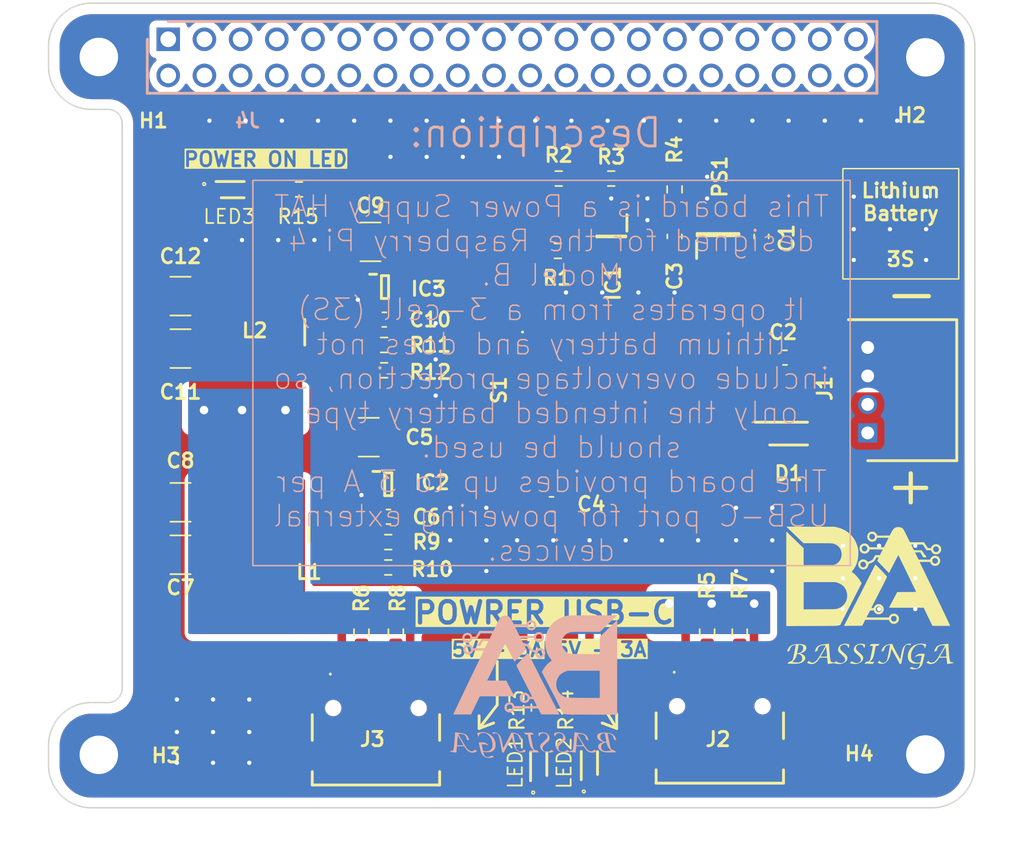
<source format=kicad_pcb>
(kicad_pcb (version 20241229) (generator "pcbnew") (generator_version "9.0")
  (layers (0 "F.Cu" signal) (2 "B.Cu" signal) (13 "F.Paste" user) (15 "B.Paste" user) (5 "F.SilkS" user "F.Silkscreen") (7 "B.SilkS" user "B.Silkscreen") (1 "F.Mask" user) (3 "B.Mask" user) (25 "Edge.Cuts" user))
  (net 0 "")
  (net 1 "+BATT")
  (net 2 "GND")
  (net 3 "/Vdd")
  (net 4 "+VDC")
  (net 5 "Net-(IC2-SW)")
  (net 6 "Net-(IC2-BST)")
  (net 7 "Net-(IC3-BST)")
  (net 8 "Net-(IC3-SW)")
  (net 9 "Net-(D1-A)")
  (net 10 "/Enable_PWR")
  (net 11 "Net-(IC1-HTH)")
  (net 12 "Net-(IC1-LTH)")
  (net 14 "Net-(IC2-FB)")
  (net 15 "Net-(IC3-FB)")
  (net 17 "Net-(J2-CC1)")
  (net 22 "Net-(J2-CC2)")
  (net 26 "Net-(J3-CC2)")
  (net 31 "Net-(J3-CC1)")
  (net 33 "Net-(S1-IN)")
  (net 75 "+5V_A")
  (net 76 "+5V_B")
  (net 77 "Net-(LED1-A)")
  (net 78 "Net-(LED2-A)")
  (net 79 "Net-(LED3-A)")
  (footprint "BassinaLib_LEDs:LEDM168X80N" (layer "F.Cu") (at 143.002 130.772 90)
    (property "Reference" "LED1")
    (property "Value" "GREEN LED" (hide yes))
  )
  (footprint "BassingaLib_Inductors:INDC2520X100N" (layer "F.Cu") (at 126.576 100.457 180)
    (property "Reference" "L2")
    (property "Value" "SRP3212-3R3M" (hide yes))
  )
  (footprint "BassingaLib_SMPS:SOTFL50P160X60-6N" (layer "F.Cu") (at 132.207 97.282)
    (property "Reference" "IC3")
    (property "Value" "AP62301Z6-7" (hide yes))
  )
  (footprint "Resistor_SMD:R_0603_1608Metric" (layer "F.Cu") (at 154.813 121.539 -90)
    (property "Reference" "R5")
    (property "Value" "10k 0.1%")
  )
  (footprint "Resistor_SMD:R_0603_1608Metric" (layer "F.Cu") (at 144.336 94.742)
    (property "Reference" "R1")
    (property "Value" "2k 0.1%")
  )
  (footprint "Capacitor_SMD:C_0603_1608Metric" (layer "F.Cu") (at 132.157999 99.568 180)
    (property "Reference" "C10")
    (property "Value" "0.1uF")
  )
  (footprint "Capacitor_SMD:C_1210_3225Metric" (layer "F.Cu") (at 117.856 97.917 180)
    (property "Reference" "C12")
    (property "Value" "22uF")
  )
  (footprint "Resistor_SMD:R_0603_1608Metric" (layer "F.Cu") (at 132.144999 101.346)
    (property "Reference" "R11")
    (property "Value" "52.3k 0.1%")
  )
  (footprint "BassingaLib_Comparators:SOT65P210X110-5N" (layer "F.Cu") (at 148.082 93.726 -90)
    (property "Reference" "IC1")
    (property "Value" "MIC841HYC5-TR" (hide yes))
  )
  (footprint "BassingaLib_LDO:SOT95P237X112-3N" (layer "F.Cu") (at 155.575 93.599 90)
    (property "Reference" "PS1")
    (property "Value" "TLV76050DBZR" (hide yes))
  )
  (footprint "BassinaLib_LEDs:LEDM168X80N" (layer "F.Cu") (at 121.519 90.449)
    (property "Reference" "LED3")
    (property "Value" "RED LED" (hide yes))
  )
  (footprint "MountingHole:MountingHole_2.7mm_M2.5_DIN965_Pad_TopBottom" (layer "F.Cu") (at 112.125 130.125)
    (property "Reference" "H3")
    (property "Value" "MountingHole_Pad")
  )
  (footprint "Resistor_SMD:R_0603_1608Metric" (layer "F.Cu") (at 144.399 89.662)
    (property "Reference" "R2")
    (property "Value" "866k 1%")
  )
  (footprint "Capacitor_SMD:C_0603_1608Metric" (layer "F.Cu") (at 132.448 113.411 180)
    (property "Reference" "C6")
    (property "Value" "0.1uF")
  )
  (footprint "Capacitor_SMD:C_0603_1608Metric" (layer "F.Cu") (at 152.527 93.726 90)
    (property "Reference" "C3")
    (property "Value" "0.1uF")
  )
  (footprint "Capacitor_SMD:C_0603_1608Metric" (layer "F.Cu") (at 158.623 93.726 90)
    (property "Reference" "C1")
    (property "Value" "0.1uF")
  )
  (footprint "Capacitor_SMD:C_0603_1608Metric" (layer "F.Cu") (at 160.274 102.235)
    (property "Reference" "C2")
    (property "Value" "0.1uF")
  )
  (footprint "BassingaLib_Inductors:INDC2520X100N" (layer "F.Cu") (at 126.873 114.3 180)
    (property "Reference" "L1")
    (property "Value" "SRP3212-3R3M" (hide yes))
  )
  (footprint "Resistor_SMD:R_0603_1608Metric" (layer "F.Cu") (at 130.556 121.539 -90)
    (property "Reference" "R6")
    (property "Value" "10k 0.1%")
  )
  (footprint "BassingaLib_SMPS:SOTFL50P160X60-6N" (layer "F.Cu") (at 132.435 111.125)
    (property "Reference" "IC2")
    (property "Value" "AP62301Z6-7" (hide yes))
  )
  (footprint "Resistor_SMD:R_0603_1608Metric" (layer "F.Cu") (at 143.002 126.81 -90)
    (property "Reference" "R13")
    (property "Value" "2k 0.1%")
  )
  (footprint "Capacitor_SMD:C_1210_3225Metric" (layer "F.Cu") (at 117.856 116.078 180)
    (property "Reference" "C7")
    (property "Value" "22uF")
  )
  (footprint "Capacitor_SMD:C_1210_3225Metric" (layer "F.Cu") (at 131.064 107.823 180)
    (property "Reference" "C5")
    (property "Value" "10uF")
  )
  (footprint "MountingHole:MountingHole_2.7mm_M2.5_DIN965_Pad_TopBottom" (layer "F.Cu") (at 112.125 81.125)
    (property "Reference" "H1")
    (property "Value" "MountingHole_Pad")
  )
  (footprint "BassinaLib_LOGO:Bassinga_12_10_logo" (layer "F.Cu") (at 166.243 119.126)
    (property "Reference" "G***" (hide yes))
    (property "Value" "LOGO" (hide yes))
  )
  (footprint "Resistor_SMD:R_0603_1608Metric" (layer "F.Cu") (at 132.435 115.189)
    (property "Reference" "R9")
    (property "Value" "52.3k 0.1%")
  )
  (footprint "Resistor_SMD:R_0603_1608Metric" (layer "F.Cu") (at 126.174 90.424 180)
    (property "Reference" "R15")
    (property "Value" "10k 0.1%")
  )
  (footprint "BassinaLib_Connectors:S4B-PH-K-S_LF__SN_" (layer "F.Cu") (at 166.079 107.521 -90)
    (property "Reference" "J1")
    (property "Value" "S4B-PH-K-S_LF__SN_" (hide yes))
  )
  (footprint "Resistor_SMD:R_0603_1608Metric" (layer "F.Cu") (at 132.144999 103.124 180)
    (property "Reference" "R12")
    (property "Value" "10k 0.1%")
  )
  (footprint "Resistor_SMD:R_0603_1608Metric" (layer "F.Cu") (at 152.527 90.424 -90)
    (property "Reference" "R4")
    (property "Value" "130K 1%")
  )
  (footprint "BassingaLib_Diodes:SOD3816X135N" (layer "F.Cu") (at 160.528 107.569)
    (property "Reference" "D1")
    (property "Value" "SS0540_R1_00001" (hide yes))
  )
  (footprint "Capacitor_SMD:C_1210_3225Metric" (layer "F.Cu") (at 117.856 112.395 180)
    (property "Reference" "C8")
    (property "Value" "22uF")
  )
  (footprint "Resistor_SMD:R_0603_1608Metric" (layer "F.Cu") (at 148.082 89.662)
    (property "Reference" "R3")
    (property "Value" "7.32k 1%")
  )
  (footprint "MountingHole:MountingHole_2.7mm_M2.5_DIN965_Pad_TopBottom" (layer "F.Cu") (at 170.125 81.15)
    (property "Reference" "H2")
    (property "Value" "MountingHole_Pad")
  )
  (footprint "BassinaLib_LEDs:LEDM168X80N" (layer "F.Cu") (at 146.558 130.6995 90)
    (property "Reference" "LED2")
    (property "Value" "GREEN LED" (hide yes))
  )
  (footprint "Capacitor_SMD:C_1210_3225Metric" (layer "F.Cu") (at 117.856 101.6 180)
    (property "Reference" "C11")
    (property "Value" "22uF")
  )
  (footprint "Resistor_SMD:R_0603_1608Metric" (layer "F.Cu") (at 132.435 116.967 180)
    (property "Reference" "R10")
    (property "Value" "10k 0.1%")
  )
  (footprint "Capacitor_SMD:C_1210_3225Metric" (layer "F.Cu") (at 131.191 94.107 180)
    (property "Reference" "C9")
    (property "Value" "10uF")
  )
  (footprint "BassinaLib_Connectors:USB421603A" (layer "F.Cu") (at 155.702 128.778)
    (property "Reference" "J2")
    (property "Value" "USB4216-03-A" (hide yes))
  )
  (footprint "Capacitor_SMD:C_0603_1608Metric" (layer "F.Cu") (at 143.891 112.522)
    (property "Reference" "C4")
    (property "Value" "0.1uF")
  )
  (footprint "Resistor_SMD:R_0603_1608Metric" (layer "F.Cu") (at 132.969 121.539 -90)
    (property "Reference" "R8")
    (property "Value" "10k 0.1%")
  )
  (footprint "BassingaLib_Power_Switches:BTS500101LUA" (layer "F.Cu") (at 148.709 104.74 -90)
    (property "Reference" "S1")
    (property "Value" "BTH500601LUAAUMA1" (hide yes))
  )
  (footprint "MountingHole:MountingHole_2.7mm_M2.5_DIN965_Pad_TopBottom" (layer "F.Cu") (at 170.125 130.1)
    (property "Reference" "H4")
    (property "Value" "MountingHole_Pad")
  )
  (footprint "Resistor_SMD:R_0603_1608Metric" (layer "F.Cu") (at 157.099 121.539 -90)
    (property "Reference" "R7")
    (property "Value" "10k 0.1%")
  )
  (footprint "BassinaLib_Connectors:USB421603A" (layer "F.Cu") (at 131.572 128.905)
    (property "Reference" "J3")
    (property "Value" "USB4216-03-A" (hide yes))
  )
  (footprint "Resistor_SMD:R_0603_1608Metric" (layer "F.Cu") (at 146.558 126.746 -90)
    (property "Reference" "R14")
    (property "Value" "2k 0.1%")
  )
  (footprint "BassinaLib_LOGO:Bassinga_12_10_logo" (layer "B.Cu") (at 142.621 125.349 180)
    (property "Reference" "G***" (hide yes))
    (property "Value" "LOGO" (hide yes))
  )
  (footprint "BassinaLib_Connectors:RHDR40W65P254_2X20_5120X504X850P" (layer "B.Cu") (at 116.995 79.883)
    (property "Reference" "J4")
    (property "Value" "M20-7832046" (hide yes))
  )
  (gr_rect (start 156.21 93.98) (end 160.02 109.728) (stroke (width 0.2)) (fill yes) (layer "F.Cu") (net 1))
  (gr_rect (start 151.13 118.745) (end 159.131 121.539) (stroke (width 0.2)) (fill yes) (layer "F.Cu") (net 75))
  (gr_rect (start 131.318 108.585) (end 131.826 110.685593) (stroke (width 0.2)) (fill yes) (layer "F.Cu") (net 4))
  (gr_rect (start 125.603 118.872) (end 134.239 121.539) (stroke (width 0.2)) (fill yes) (layer "F.Cu") (net 76))
  (gr_rect (start 127 98.806) (end 131.826 102.108) (stroke (width 0.2)) (fill yes) (layer "F.Cu") (net 8))
  (gr_rect (start 131.064 94.6785) (end 131.572 96.854778) (stroke (width 0.2)) (fill yes) (layer "F.Cu") (net 4))
  (gr_rect (start 160.528 104.775) (end 167.64 109.728) (stroke (width 0.2)) (fill yes) (layer "F.Cu") (net 9))
  (gr_poly (pts (xy 144.653 109.22) (xy 131.318 109.22) (xy 131.318 106.299) (xy 136.906 106.299) (xy 136.906 95.377) (xy 131.064 95.377) (xy 131.064 92.71) (xy 138.43 92.71) (xy 138.43 105.029) (xy 144.653 105.029)) (stroke (width 0.2)) (fill yes) (layer "F.Cu") (net 4))
  (gr_rect (start 118.745 110.871) (end 126.492 121.539) (stroke (width 0.2)) (fill yes) (layer "F.Cu") (net 76))
  (gr_rect (start 118.5545 96.393) (end 126.3015 107.061) (stroke (width 0.2)) (fill yes) (layer "F.Cu") (net 75))
  (gr_rect (start 127.381 112.649) (end 132.207 115.951) (stroke (width 0.2)) (fill yes) (layer "F.Cu") (net 5))
  (gr_rect (start 152.781 100.501807) (end 158.115 108.965999) (stroke (width 0.2)) (fill yes) (layer "F.Cu") (net 1))
  (gr_rect (start 148.463 93.98) (end 155.067 95.377) (stroke (width 0.2)) (fill yes) (layer "F.Cu") (net 3))
  (gr_poly (pts (xy 118.491 109.347) (xy 118.491 104.521) (xy 126.365 104.521) (xy 126.365 118.745) (xy 159.131 118.745) (xy 159.131 121.539) (xy 118.491 121.539)) (stroke (width 0.2)) (fill yes) (layer "B.Cu") (net 75))
  (gr_line (start 147.447 123.571) (end 147.447 126.619) (stroke (width 0.2)) (layer "F.SilkS"))
  (gr_line (start 168.003175 111.379) (end 170.18 111.379) (stroke (width 0.3)) (layer "F.SilkS"))
  (gr_line (start 140.081 123.571) (end 140.081 126.619) (stroke (width 0.2)) (layer "F.SilkS"))
  (gr_line (start 139.827 127.889) (end 138.811 128.27) (stroke (width 0.2)) (layer "F.SilkS"))
  (gr_line (start 147.447 126.619) (end 148.463 128.27) (stroke (width 0.2)) (layer "F.SilkS"))
  (gr_line (start 147.447 127.889) (end 148.463 128.27) (stroke (width 0.2)) (layer "F.SilkS"))
  (gr_line (start 167.9575 97.917) (end 170.3705 97.917) (stroke (width 0.3)) (layer "F.SilkS"))
  (gr_line (start 148.463 128.27) (end 148.463 127.254) (stroke (width 0.2)) (layer "F.SilkS"))
  (gr_line (start 140.081 126.619) (end 138.811 128.27) (stroke (width 0.2)) (layer "F.SilkS"))
  (gr_line (start 169.1005 112.395) (end 169.1005 110.363) (stroke (width 0.3)) (layer "F.SilkS"))
  (gr_line (start 138.811 128.27) (end 138.811 127.381) (stroke (width 0.2)) (layer "F.SilkS"))
  (gr_line (start 108.597 80.343) (end 108.597 81.804) (stroke (width 0.1)) (layer "Edge.Cuts"))
  (gr_line (start 173.597 80.343) (end 173.597 130.843) (stroke (width 0.1)) (layer "Edge.Cuts"))
  (gr_arc (start 173.597 130.843) (mid 172.71832 132.96432) (end 170.597 133.843) (stroke (width 0.1)) (layer "Edge.Cuts"))
  (gr_arc (start 113.764 125.456031) (mid 113.469705 126.164537) (end 112.760039 126.456023) (stroke (width 0.1)) (layer "Edge.Cuts"))
  (gr_line (start 170.597 133.843) (end 111.597 133.843) (stroke (width 0.1)) (layer "Edge.Cuts"))
  (gr_line (start 108.597 130.843) (end 108.597 129.451439) (stroke (width 0.1)) (layer "Edge.Cuts"))
  (gr_arc (start 111.597 133.843) (mid 109.47568 132.96432) (end 108.597 130.843) (stroke (width 0.1)) (layer "Edge.Cuts"))
  (gr_arc (start 108.597 80.343) (mid 109.47568 78.22168) (end 111.597 77.343) (stroke (width 0.1)) (layer "Edge.Cuts"))
  (gr_line (start 111.597 77.343) (end 170.597 77.343) (stroke (width 0.1)) (layer "Edge.Cuts"))
  (gr_line (start 111.597 84.804) (end 112.764 84.804) (stroke (width 0.1)) (layer "Edge.Cuts"))
  (gr_arc (start 111.597 84.804) (mid 109.47568 83.92532) (end 108.597 81.804) (stroke (width 0.1)) (layer "Edge.Cuts"))
  (gr_arc (start 112.764 84.804) (mid 113.471107 85.096893) (end 113.764 85.804) (stroke (width 0.1)) (layer "Edge.Cuts"))
  (gr_arc (start 108.597 129.451439) (mid 109.479885 127.325921) (end 111.608884 126.451463) (stroke (width 0.1)) (layer "Edge.Cuts"))
  (gr_line (start 113.764 85.804) (end 113.764 125.456031) (stroke (width 0.1)) (layer "Edge.Cuts"))
  (gr_line (start 111.608884 126.451463) (end 112.760039 126.456023) (stroke (width 0.1)) (layer "Edge.Cuts"))
  (gr_arc (start 170.597 77.343) (mid 172.71832 78.22168) (end 173.597 80.343) (stroke (width 0.1)) (layer "Edge.Cuts"))
  (gr_text "POWRER USB-C" (at 134.112 121.031 0) (layer "F.SilkS" knockout) (effects (font (size 1.5 1.5) (thickness 0.3) (bold yes)) (justify left bottom)))
  (gr_text "5V - 3A" (at 136.779 123.317 0) (layer "F.SilkS" knockout) (effects (font (size 1 1) (thickness 0.2) (bold yes)) (justify left bottom)))
  (gr_text "POWER ON LED" (at 117.983 88.9 0) (layer "F.SilkS" knockout) (effects (font (size 1 1) (thickness 0.2) (bold yes)) (justify left bottom)))
  (gr_text "5V - 3A" (at 144.018 123.317 0) (layer "F.SilkS" knockout) (effects (font (size 1 1) (thickness 0.2) (bold yes)) (justify left bottom)))
  (gr_text "Description:" (at 151.765 87.63 0) (layer "B.SilkS") (effects (font (size 2 2) (thickness 0.2) (bold yes)) (justify left bottom mirror)))
  (gr_text_box "Lithium Battery\n\n3S" (start 164.338 88.9635) (end 172.466 96.7105) (margins 1.0025 1.0025 1.0025 1.0025) (layer "F.SilkS") (effects (font (size 1 1) (thickness 0.2) (bold yes)) (justify top)) (border yes) (stroke (width 0.1)))
  (gr_text_box "This board is a Power Supply HAT designed for the Raspberry Pi 4 Model B.\nIt operates from a 3-cell (3S) lithium battery and does not include overvoltage protection, so only the intended battery type should be used.\nThe board provides up to 3 A per USB-C port for powering external devices." (start 122.936 89.789) (end 164.846 116.84) (margins 1.0025 1.0025 1.0025 1.0025) (layer "B.SilkS") (effects (font (size 1.5 1.5) (thickness 0.1)) (justify top mirror)) (border yes) (stroke (width 0.1)))
  (segment (start 158.496 102.235) (end 157.226 100.965) (width 0.6) (layer "F.Cu") (net 1))
  (segment (start 143.574 88.074) (end 143.574 89.662) (width 0.6) (layer "F.Cu") (net 1))
  (segment (start 159.499 102.235) (end 158.496 102.235) (width 0.6) (layer "F.Cu") (net 1))
  (segment (start 156.21 87.884) (end 143.764 87.884) (width 0.6) (layer "F.Cu") (net 1))
  (segment (start 157.226 88.9) (end 156.21 87.884) (width 0.6) (layer "F.Cu") (net 1))
  (segment (start 143.764 87.884) (end 143.574 88.074) (width 0.6) (layer "F.Cu") (net 1))
  (segment (start 157.226 100.965) (end 157.226 88.9) (width 0.6) (layer "F.Cu") (net 1))
  (segment (start 131.597 111.625) (end 130.818 111.625) (width 0.3) (layer "F.Cu") (net 2))
  (segment (start 131.369 97.782) (end 130.691 97.782) (width 0.3) (layer "F.Cu") (net 2))
  (segment (start 148.082 92.776) (end 148.082 91.059) (width 0.3) (layer "F.Cu") (net 2))
  (segment (start 130.691 97.782) (end 130.302 98.171) (width 0.3) (layer "F.Cu") (net 2))
  (segment (start 130.818 111.625) (end 130.556 111.887) (width 0.3) (layer "F.Cu") (net 2))
  (via (at 152.527 97.663) (size 0.6) (drill 0.3) (layers "F.Cu" "B.Cu") (net 2))
  (via (at 135.763 104.902) (size 0.6) (drill 0.3) (layers "F.Cu" "B.Cu") (net 2))
  (via (at 122.682 128.524) (size 0.6) (drill 0.3) (layers "F.Cu" "B.Cu") (net 2))
  (via (at 149.987 97.663) (size 0.6) (drill 0.3) (layers "F.Cu" "B.Cu") (net 2))
  (via (at 120.142 126.238) (size 0.6) (drill 0.3) (layers "F.Cu" "B.Cu") (net 2))
  (via (at 144.018 115.062) (size 0.6) (drill 0.3) (layers "F.Cu" "B.Cu") (net 2))
  (via (at 130.048 85.598) (size 0.6) (drill 0.3) (layers "F.Cu" "B.Cu") (net 2))
  (via (at 135.128 88.138) (size 0.6) (drill 0.3) (layers "F.Cu" "B.Cu") (net 2))
  (via (at 120.142 128.524) (size 0.6) (drill 0.3) (layers "F.Cu" "B.Cu") (net 2))
  (via (at 154.813 91.059) (size 0.6) (drill 0.3) (layers "F.Cu" "B.Cu") (net 2))
  (via (at 170.18 90.932) (size 0.6) (drill 0.3) (layers "F.Cu" "B.Cu") (net 2))
  (via (at 164.338 117.729) (size 0.6) (drill 0.3) (layers "F.Cu" "B.Cu") (net 2))
  (via (at 166.878 117.729) (size 0.6) (drill 0.3) (layers "F.Cu" "B.Cu") (net 2))
  (via (at 155.448 85.598) (size 0.6) (drill 0.3) (layers "F.Cu" "B.Cu") (net 2))
  (via (at 117.602 130.683) (size 0.6) (drill 0.3) (layers "F.Cu" "B.Cu") (net 2))
  (via (at 139.319 117.221) (size 0.6) (drill 0.3) (layers "F.Cu" "B.Cu") (net 2))
  (via (at 156.845 115.062) (size 0.6) (drill 0.3) (layers "F.Cu" "B.Cu") (net 2))
  (via (at 150.622 92.583) (size 0.6) (drill 0.3) (layers "F.Cu" "B.Cu") (net 2))
  (via (at 166.878 115.443) (size 0.6) (drill 0.3) (layers "F.Cu" "B.Cu") (net 2))
  (via (at 117.602 126.238) (size 0.6) (drill 0.3) (layers "F.Cu" "B.Cu") (net 2))
  (via (at 149.098 115.062) (size 0.6) (drill 0.3) (layers "F.Cu" "B.Cu") (net 2))
  (via (at 119.888 85.598) (size 0.6) (drill 0.3) (layers "F.Cu" "B.Cu") (net 2))
  (via (at 140.208 85.598) (size 0.6) (drill 0.3) (layers "F.Cu" "B.Cu") (net 2))
  (via (at 151.638 115.062) (size 0.6) (drill 0.3) (layers "F.Cu" "B.Cu") (net 2))
  (via (at 136.779 112.776) (size 0.6) (drill 0.3) (layers "F.Cu" "B.Cu") (net 2))
  (via (at 140.208 88.138) (size 0.6) (drill 0.3) (layers "F.Cu" "B.Cu") (net 2))
  (via (at 120.142 130.683) (size 0.6) (drill 0.3) (layers "F.Cu" "B.Cu") (net 2))
  (via (at 122.428 85.598) (size 0.6) (drill 0.3) (layers "F.Cu" "B.Cu") (net 2))
  (via (at 169.418 119.888) (size 0.6) (drill 0.3) (layers "F.Cu" "B.Cu") (net 2))
  (via (at 168.148 85.598) (size 0.6) (drill 0.3) (layers "F.Cu" "B.Cu") (net 2))
  (via (at 137.668 88.138) (size 0.6) (drill 0.3) (layers "F.Cu" "B.Cu") (net 2))
  (via (at 170.18 95.377) (size 0.6) (drill 0.3) (layers "F.Cu" "B.Cu") (net 2))
  (via (at 135.763 102.362) (size 0.6) (drill 0.3) (layers "F.Cu" "B.Cu") (net 2))
  (via (at 119.634 93.98) (size 0.6) (drill 0.3) (layers "F.Cu" "B.Cu") (net 2))
  (via (at 147.828 85.598) (size 0.6) (drill 0.3) (layers "F.Cu" "B.Cu") (net 2))
  (via (at 136.779 117.221) (size 0.6) (drill 0.3) (layers "F.Cu" "B.Cu") (net 2))
  (via (at 124.714 93.98) (size 0.6) (drill 0.3) (layers "F.Cu" "B.Cu") (net 2))
  (via (at 148.082 91.059) (size 0.6) (drill 0.3) (layers "F.Cu" "B.Cu") (net 2))
  (via (at 159.385 115.062) (size 0.6) (drill 0.3) (layers "F.Cu" "B.Cu") (net 2))
  (via (at 127.508 85.598) (size 0.6) (drill 0.3) (layers "F.Cu" "B.Cu") (net 2))
  (via (at 122.682 130.683) (size 0.6) (drill 0.3) (layers "F.Cu" "B.Cu") (net 2))
  (via (at 166.878 119.888) (size 0.6) (drill 0.3) (layers "F.Cu" "B.Cu") (net 2))
  (via (at 165.608 85.598) (size 0.6) (drill 0.3) (layers "F.Cu" "B.Cu") (net 2))
  (via (at 137.668 85.598) (size 0.6) (drill 0.3) (layers "F.Cu" "B.Cu") (net 2))
  (via (at 147.447 97.663) (size 0.6) (drill 0.3) (layers "F.Cu" "B.Cu") (net 2))
  (via (at 169.418 115.443) (size 0.6) (drill 0.3) (layers "F.Cu" "B.Cu") (net 2))
  (via (at 156.845 112.776) (size 0.6) (drill 0.3) (layers "F.Cu" "B.Cu") (net 2))
  (via (at 152.908 85.598) (size 0.6) (drill 0.3) (layers "F.Cu" "B.Cu") (net 2))
  (via (at 167.64 95.377) (size 0.6) (drill 0.3) (layers "F.Cu" "B.Cu") (net 2))
  (via (at 117.602 128.524) (size 0.6) (drill 0.3) (layers "F.Cu" "B.Cu") (net 2))
  (via (at 150.368 85.598) (size 0.6) (drill 0.3) (layers "F.Cu" "B.Cu") (net 2))
  (via (at 122.174 93.98) (size 0.6) (drill 0.3) (layers "F.Cu" "B.Cu") (net 2))
  (via (at 164.338 115.443) (size 0.6) (drill 0.3) (layers "F.Cu" "B.Cu") (net 2))
  (via (at 165.1 95.377) (size 0.6) (drill 0.3) (layers "F.Cu" "B.Cu") (net 2))
  (via (at 142.748 85.598) (size 0.6) (drill 0.3) (layers "F.Cu" "B.Cu") (net 2))
  (via (at 136.779 115.062) (size 0.6) (drill 0.3) (layers "F.Cu" "B.Cu") (net 2))
  (via (at 169.418 117.729) (size 0.6) (drill 0.3) (layers "F.Cu" "B.Cu") (net 2))
  (via (at 154.178 115.062) (size 0.6) (drill 0.3) (layers "F.Cu" "B.Cu") (net 2))
  (via (at 165.1 93.218) (size 0.6) (drill 0.3) (layers "F.Cu" "B.Cu") (net 2))
  (via (at 139.319 112.776) (size 0.6) (drill 0.3) (layers "F.Cu" "B.Cu") (net 2))
  (via (at 159.385 117.221) (size 0.6) (drill 0.3) (layers "F.Cu" "B.Cu") (net 2))
  (via (at 167.64 90.932) (size 0.6) (drill 0.3) (layers "F.Cu" "B.Cu") (net 2))
  (via (at 160.528 85.598) (size 0.6) (drill 0.3) (layers "F.Cu" "B.Cu") (net 2))
  (via (at 139.319 115.062) (size 0.6) (drill 0.3) (layers "F.Cu" "B.Cu") (net 2))
  (via (at 135.763 99.822) (size 0.6) (drill 0.3) (layers "F.Cu" "B.Cu") (net 2))
  (via (at 170.18 93.218) (size 0.6) (drill 0.3) (layers "F.Cu" "B.Cu") (net 2))
  (via (at 135.128 85.598) (size 0.6) (drill 0.3) (layers "F.Cu" "B.Cu") (net 2))
  (via (at 164.338 119.888) (size 0.6) (drill 0.3) (layers "F.Cu" "B.Cu") (net 2))
  (via (at 122.682 126.238) (size 0.6) (drill 0.3) (layers "F.Cu" "B.Cu") (net 2))
  (via (at 124.968 85.598) (size 0.6) (drill 0.3) (layers "F.Cu" "B.Cu") (net 2))
  (via (at 159.385 112.776) (size 0.6) (drill 0.3) (layers "F.Cu" "B.Cu") (net 2))
  (via (at 165.1 90.932) (size 0.6) (drill 0.3) (layers "F.Cu" "B.Cu") (net 2))
  (via (at 150.622 91.059) (size 0.6) (drill 0.3) (layers "F.Cu" "B.Cu") (net 2))
  (via (at 135.763 97.282) (size 0.6) (drill 0.3) (layers "F.Cu" "B.Cu") (net 2))
  (via (at 156.845 117.221) (size 0.6) (drill 0.3) (layers "F.Cu" "B.Cu") (net 2))
  (via (at 163.068 85.598) (size 0.6) (drill 0.3) (layers "F.Cu" "B.Cu") (net 2))
  (via (at 145.288 85.598) (size 0.6) (drill 0.3) (layers "F.Cu" "B.Cu") (net 2))
  (via (at 127.254 93.98) (size 0.6) (drill 0.3) (layers "F.Cu" "B.Cu") (net 2))
  (via (at 132.588 85.598) (size 0.6) (drill 0.3) (layers "F.Cu" "B.Cu") (net 2))
  (via (at 167.64 93.218) (size 0.6) (drill 0.3) (layers "F.Cu" "B.Cu") (net 2))
  (via (at 146.558 115.062) (size 0.6) (drill 0.3) (layers "F.Cu" "B.Cu") (net 2))
  (via (at 154.813 89.535) (size 0.6) (drill 0.3) (layers "F.Cu" "B.Cu") (net 2))
  (via (at 130.556 111.887) (size 0.6) (drill 0.3) (layers "F.Cu" "B.Cu") (net 2))
  (via (at 132.588 88.138) (size 0.6) (drill 0.3) (layers "F.Cu" "B.Cu") (net 2))
  (via (at 144.907 97.663) (size 0.6) (drill 0.3) (layers "F.Cu" "B.Cu") (net 2))
  (via (at 141.478 115.062) (size 0.6) (drill 0.3) (layers "F.Cu" "B.Cu") (net 2))
  (via (at 130.302 98.171) (size 0.6) (drill 0.3) (layers "F.Cu" "B.Cu") (net 2))
  (via (at 157.988 85.598) (size 0.6) (drill 0.3) (layers "F.Cu" "B.Cu") (net 2))
  (segment (start 143.116 109.015) (end 143.191 108.94) (width 0.8) (layer "F.Cu") (net 4))
  (segment (start 132.666 91.264) (end 132.666 94.107) (width 0.6) (layer "F.Cu") (net 4))
  (segment (start 143.116 112.522) (end 143.116 109.015) (width 0.8) (layer "F.Cu") (net 4))
  (segment (start 126.999 90.424) (end 131.826 90.424) (width 0.6) (layer "F.Cu") (net 4))
  (segment (start 131.826 90.424) (end 132.666 91.264) (width 0.6) (layer "F.Cu") (net 4))
  (segment (start 129.794 111.506) (end 129.794 114.3) (width 0.3) (layer "F.Cu") (net 5))
  (segment (start 131.597 111.125) (end 130.175 111.125) (width 0.3) (layer "F.Cu") (net 5))
  (segment (start 130.175 111.125) (end 129.794 111.506) (width 0.3) (layer "F.Cu") (net 5))
  (segment (start 133.273 111.625) (end 133.273 113.361) (width 0.3) (layer "F.Cu") (net 6))
  (segment (start 133.273 113.361) (end 133.223 113.411) (width 0.3) (layer "F.Cu") (net 6))
  (segment (start 133.045 99.455999) (end 132.932999 99.568) (width 0.3) (layer "F.Cu") (net 7))
  (segment (start 133.045 97.782) (end 133.045 99.455999) (width 0.3) (layer "F.Cu") (net 7))
  (segment (start 131.369 97.282) (end 129.794 97.282) (width 0.3) (layer "F.Cu") (net 8))
  (segment (start 129.413 97.663) (end 129.413 100.457) (width 0.3) (layer "F.Cu") (net 8))
  (segment (start 129.794 97.282) (end 129.413 97.663) (width 0.3) (layer "F.Cu") (net 8))
  (segment (start 147.432 94.676) (end 145.227 94.676) (width 0.4) (layer "F.Cu") (net 10))
  (segment (start 145.227 94.676) (end 145.161 94.742) (width 0.4) (layer "F.Cu") (net 10))
  (segment (start 148.732 89.774) (end 148.844 89.662) (width 0.4) (layer "F.Cu") (net 11))
  (segment (start 148.732 92.776) (end 148.732 89.774) (width 0.4) (layer "F.Cu") (net 11))
  (segment (start 148.97 89.599) (end 148.907 89.662) (width 0.8) (layer "F.Cu") (net 11))
  (segment (start 152.527 89.599) (end 148.97 89.599) (width 0.8) (layer "F.Cu") (net 11))
  (segment (start 147.432 89.837) (end 147.257 89.662) (width 0.4) (layer "F.Cu") (net 12))
  (segment (start 147.432 92.776) (end 147.432 89.837) (width 0.4) (layer "F.Cu") (net 12))
  (segment (start 145.224 89.662) (end 147.257 89.662) (width 0.8) (layer "F.Cu") (net 12))
  (segment (start 134.62 110.871) (end 134.62 116.713) (width 0.3) (layer "F.Cu") (net 14))
  (segment (start 133.26 116.967) (end 133.26 115.189) (width 0.6) (layer "F.Cu") (net 14))
  (segment (start 134.374 110.625) (end 134.62 110.871) (width 0.3) (layer "F.Cu") (net 14))
  (segment (start 134.62 116.713) (end 134.366 116.967) (width 0.3) (layer "F.Cu") (net 14))
  (segment (start 133.273 110.625) (end 134.374 110.625) (width 0.3) (layer "F.Cu") (net 14))
  (segment (start 134.366 116.967) (end 133.26 116.967) (width 0.3) (layer "F.Cu") (net 14))
  (segment (start 134.366 103.124) (end 132.969999 103.124) (width 0.3) (layer "F.Cu") (net 15))
  (segment (start 134.62 97.028) (end 134.62 101.346) (width 0.3) (layer "F.Cu") (net 15))
  (segment (start 134.374 96.782) (end 134.62 97.028) (width 0.3) (layer "F.Cu") (net 15))
  (segment (start 134.62 101.346) (end 134.62 102.87) (width 0.3) (layer "F.Cu") (net 15))
  (segment (start 133.045 96.782) (end 134.374 96.782) (width 0.3) (layer "F.Cu") (net 15))
  (segment (start 132.969999 101.346) (end 132.969999 103.124) (width 0.6) (layer "F.Cu") (net 15))
  (segment (start 134.62 102.87) (end 134.366 103.124) (width 0.3) (layer "F.Cu") (net 15))
  (segment (start 154.452 123.932) (end 154.813 123.571) (width 0.3) (layer "F.Cu") (net 17))
  (segment (start 154.813 123.571) (end 154.813 122.364) (width 0.3) (layer "F.Cu") (net 17))
  (segment (start 154.452 125.44) (end 154.452 123.932) (width 0.3) (layer "F.Cu") (net 17))
  (segment (start 157.099 123.444) (end 157.099 122.364) (width 0.3) (layer "F.Cu") (net 22))
  (segment (start 157.452 123.797) (end 157.099 123.444) (width 0.3) (layer "F.Cu") (net 22))
  (segment (start 157.452 125.44) (end 157.452 123.797) (width 0.3) (layer "F.Cu") (net 22))
  (segment (start 132.969 123.571) (end 132.969 122.364) (width 0.3) (layer "F.Cu") (net 26))
  (segment (start 133.322 123.924) (end 132.969 123.571) (width 0.3) (layer "F.Cu") (net 26))
  (segment (start 133.322 125.567) (end 133.322 123.924) (width 0.3) (layer "F.Cu") (net 26))
  (segment (start 130.32279 123.93121) (end 130.556 123.698) (width 0.3) (layer "F.Cu") (net 31))
  (segment (start 130.556 123.698) (end 130.556 122.364) (width 0.3) (layer "F.Cu") (net 31))
  (segment (start 130.322 125.567) (end 130.32279 125.56621) (width 0.3) (layer "F.Cu") (net 31))
  (segment (start 130.32279 125.56621) (end 130.32279 123.93121) (width 0.3) (layer "F.Cu") (net 31))
  (segment (start 141.224 94.742) (end 143.511 94.742) (width 0.8) (layer "F.Cu") (net 33))
  (segment (start 141.167 102.94) (end 140.843 102.616) (width 0.8) (layer "F.Cu") (net 33))
  (segment (start 140.843 102.616) (end 140.843 95.123) (width 0.8) (layer "F.Cu") (net 33))
  (segment (start 143.637 102.94) (end 141.167 102.94) (width 0.8) (layer "F.Cu") (net 33))
  (segment (start 140.843 95.123) (end 141.224 94.742) (width 0.8) (layer "F.Cu") (net 33))
  (segment (start 153.302 120.714) (end 154.813 120.714) (width 0.6) (layer "F.Cu") (net 75))
  (segment (start 153.302 125.44) (end 153.302 120.714) (width 0.6) (layer "F.Cu") (net 75))
  (segment (start 146.558 125.921) (end 146.558 120.904) (width 0.6) (layer "F.Cu") (net 75))
  (segment (start 158.102 125.44) (end 158.102 120.714) (width 0.6) (layer "F.Cu") (net 75))
  (segment (start 146.558 120.904) (end 147.32 120.142) (width 0.6) (layer "F.Cu") (net 75))
  (segment (start 158.102 120.714) (end 156.718 120.714) (width 0.6) (layer "F.Cu") (net 75))
  (segment (start 147.32 120.142) (end 155.1305 120.142) (width 0.6) (layer "F.Cu") (net 75))
  (via (at 155.1305 119.507) (size 0.9) (drill 0.6) (layers "F.Cu" "B.Cu") (net 75))
  (via (at 122.174 105.918) (size 0.9) (drill 0.6) (layers "F.Cu" "B.Cu") (net 75))
  (via (at 152.146 119.507) (size 0.9) (drill 0.6) (layers "F.Cu" "B.Cu") (net 75))
  (via (at 119.507 105.918) (size 0.9) (drill 0.6) (layers "F.Cu" "B.Cu") (net 75))
  (via (at 125.222 105.918) (size 0.9) (drill 0.6) (layers "F.Cu" "B.Cu") (net 75))
  (via (at 158.115 119.507) (size 0.9) (drill 0.6) (layers "F.Cu" "B.Cu") (net 75))
  (segment (start 133.97089 120.714) (end 133.096 120.714) (width 0.6) (layer "F.Cu") (net 76))
  (segment (start 143.002 121.031) (end 142.1765 120.2055) (width 0.6) (layer "F.Cu") (net 76))
  (segment (start 129.476 120.714) (end 130.556 120.714) (width 0.6) (layer "F.Cu") (net 76))
  (segment (start 142.1765 120.2055) (end 129.921 120.2055) (width 0.6) (layer "F.Cu") (net 76))
  (segment (start 143.002 125.985) (end 143.002 121.031) (width 0.6) (layer "F.Cu") (net 76))
  (segment (start 133.97089 125.56589) (end 133.97089 120.714) (width 0.6) (layer "F.Cu") (net 76))
  (segment (start 129.172 125.567) (end 129.172 121.018) (width 0.6) (layer "F.Cu") (net 76))
  (segment (start 133.972 125.567) (end 133.97089 125.56589) (width 0.6) (layer "F.Cu") (net 76))
  (segment (start 129.172 121.018) (end 129.476 120.714) (width 0.6) (layer "F.Cu") (net 76))
  (segment (start 143.002 127.635) (end 143.002 129.972) (width 0.6) (layer "F.Cu") (net 77))
  (segment (start 146.558 127.571) (end 146.558 129.8995) (width 0.6) (layer "F.Cu") (net 78))
  (segment (start 122.319 90.449) (end 125.324 90.449) (width 0.6) (layer "F.Cu") (net 79))
  (segment (start 125.324 90.449) (end 125.349 90.424) (width 0.6) (layer "F.Cu") (net 79))
  (zone (net 2) (net_name "GND") (layers "F.Cu" "B.Cu") (connect_pads yes (clearance 0.5)) (min_thickness 0.25) (fill yes (thermal_gap 0.5) (thermal_bridge_width 0.5))
    (polygon (pts (xy 173.609 80.391) (xy 173.228 78.867) (xy 172.212 77.851) (xy 170.688 77.343) (xy 111.633 77.343) (xy 109.601 78.232) (xy 108.839 79.375) (xy 108.712 80.391) (xy 108.712 82.169) (xy 109.601 83.947) (xy 110.998 84.709) (xy 113.157 84.836) (xy 113.792 85.598) (xy 113.919 125.476) (xy 113.538 126.111) (xy 112.903 126.492) (xy 111.125 126.492) (xy 109.855 127) (xy 108.839 128.397) (xy 108.585 129.794) (xy 108.585 131.064) (xy 109.093 132.588) (xy 110.744 133.731) (xy 170.942 133.731) (xy 173.101 132.715) (xy 173.609 130.302)))
  )
)
</source>
